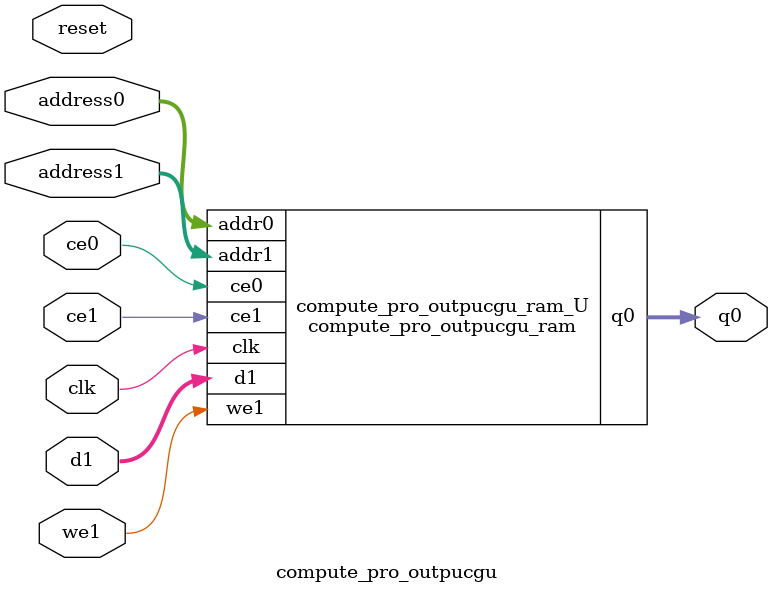
<source format=v>
`timescale 1 ns / 1 ps
module compute_pro_outpucgu_ram (addr0, ce0, q0, addr1, ce1, d1, we1,  clk);

parameter DWIDTH = 16;
parameter AWIDTH = 3;
parameter MEM_SIZE = 8;

input[AWIDTH-1:0] addr0;
input ce0;
output reg[DWIDTH-1:0] q0;
input[AWIDTH-1:0] addr1;
input ce1;
input[DWIDTH-1:0] d1;
input we1;
input clk;

(* ram_style = "block" *)reg [DWIDTH-1:0] ram[0:MEM_SIZE-1];




always @(posedge clk)  
begin 
    if (ce0) 
    begin
        q0 <= ram[addr0];
    end
end


always @(posedge clk)  
begin 
    if (ce1) 
    begin
        if (we1) 
        begin 
            ram[addr1] <= d1; 
        end 
    end
end


endmodule

`timescale 1 ns / 1 ps
module compute_pro_outpucgu(
    reset,
    clk,
    address0,
    ce0,
    q0,
    address1,
    ce1,
    we1,
    d1);

parameter DataWidth = 32'd16;
parameter AddressRange = 32'd8;
parameter AddressWidth = 32'd3;
input reset;
input clk;
input[AddressWidth - 1:0] address0;
input ce0;
output[DataWidth - 1:0] q0;
input[AddressWidth - 1:0] address1;
input ce1;
input we1;
input[DataWidth - 1:0] d1;



compute_pro_outpucgu_ram compute_pro_outpucgu_ram_U(
    .clk( clk ),
    .addr0( address0 ),
    .ce0( ce0 ),
    .q0( q0 ),
    .addr1( address1 ),
    .ce1( ce1 ),
    .we1( we1 ),
    .d1( d1 ));

endmodule


</source>
